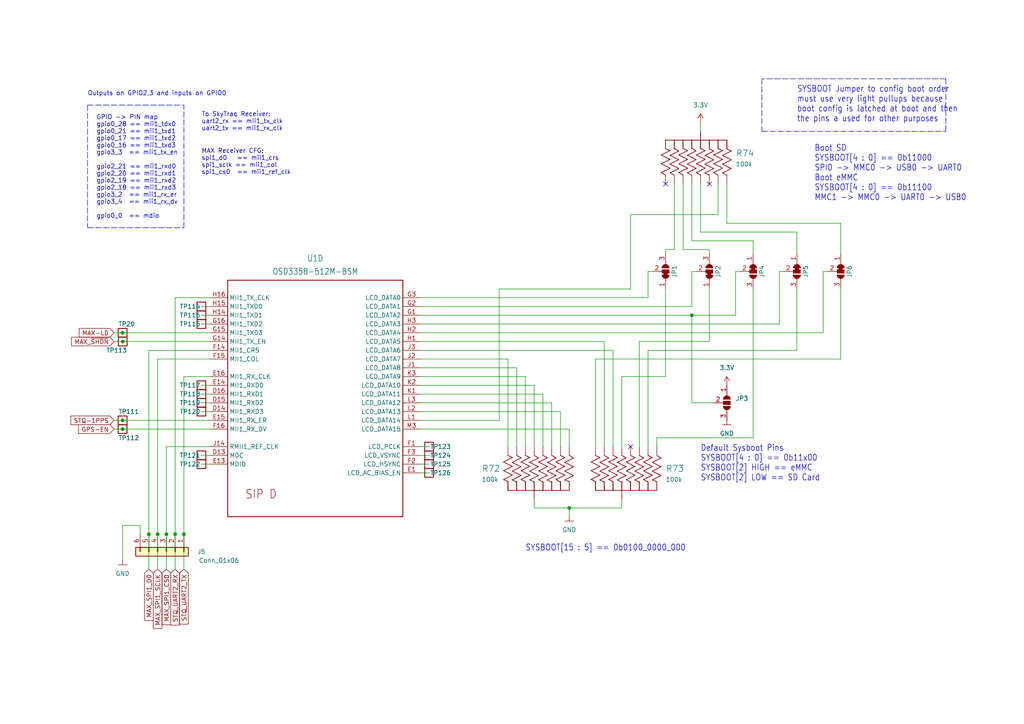
<source format=kicad_sch>
(kicad_sch (version 20211123) (generator eeschema)
  (paper "A4")
  (lib_symbols
    (symbol "Connector_Generic:Conn_01x06" (pin_names (offset 1.016) hide)
      (property "Reference" "J" (at 0 7.62 0))
      (property "Value" "Conn_01x06" (at 0 -10.16 0))
      (symbol "Conn_01x06_1_1"
        (pin passive line (at -5.08 5.08 0) (length 3.81) (name "Pin_1") (number "1"))
        (pin passive line (at -5.08 2.54 0) (length 3.81) (name "Pin_2") (number "2"))
        (pin passive line (at -5.08 0 0) (length 3.81) (name "Pin_3") (number "3"))
        (pin passive line (at -5.08 -2.54 0) (length 3.81) (name "Pin_4") (number "4"))
        (pin passive line (at -5.08 -5.08 0) (length 3.81) (name "Pin_5") (number "5"))
        (pin passive line (at -5.08 -7.62 0) (length 3.81) (name "Pin_6") (number "6"))
      )
    )
    (symbol "Jumper:SolderJumper_3_Bridged12" (pin_names (offset 0) hide)
      (property "Reference" "JP" (at -2.54 -2.54 0))
      (property "Value" "SolderJumper_3_Bridged12" (at 0 2.794 0))
      (symbol "SolderJumper_3_Bridged12_1_1"
        (pin passive line (at -5.08 0 0) (length 2.54) (name "A") (number "1"))
        (pin passive line (at 0 -3.81 90) (length 2.54) (name "C") (number "2"))
        (pin passive line (at 5.08 0 180) (length 2.54) (name "B") (number "3"))
      )
    )
    (symbol "Jumper:SolderJumper_3_Open" (pin_names (offset 0) hide)
      (property "Reference" "JP" (at -2.54 -2.54 0))
      (property "Value" "SolderJumper_3_Open" (at 0 2.794 0))
      (symbol "SolderJumper_3_Open_1_1"
        (pin passive line (at -5.08 0 0) (length 2.54) (name "A") (number "1"))
        (pin passive line (at 0 -3.81 90) (length 2.54) (name "C") (number "2"))
        (pin passive line (at 5.08 0 180) (length 2.54) (name "B") (number "3"))
      )
    )
    (symbol "OreSat-Power:3.3V" (power) (pin_names (offset 0))
      (property "Value" "3.3V" (at 0 3.556 0))
      (symbol "3.3V_1_1"
        (pin power_in line (at 0 0 90) (length 0) hide (name "3.3V") (number "1"))
      )
    )
    (symbol "OreSat-Power:GND" (power) (pin_names (offset 0))
      (property "Value" "GND" (at 0 -2.54 0))
      (symbol "GND_1_1"
        (pin power_in line (at 0 0 270) (length 0) hide (name "GND") (number "1"))
      )
    )
    (symbol "OreSat-TestPoint:Test-Point" (pin_numbers hide) (pin_names hide)
      (property "Reference" "TP" (at 0 2.54 0))
      (symbol "Test-Point_1_1"
        (pin passive line (at 0 0 90) (length 0) (name "") (number "1"))
      )
    )
    (symbol "R-EXB-A10P391j:EXB-A10P391J"
      (property "Reference" "R" (at -17.8308 5.1308 0))
      (property "Value" "EXB-A10P391J" (at -17.6784 2.5908 0))
      (symbol "EXB-A10P391J_1_0"
        (pin passive line (at -12.7 0 0) (length 2.54) (name "11") (number "1"))
        (pin passive line (at 2.54 -10.16 180) (length 2.54) (name "55") (number "10"))
        (pin passive line (at -12.7 -5.08 0) (length 2.54) (name "22") (number "2"))
        (pin passive line (at -12.7 -10.16 0) (length 2.54) (name "33") (number "3"))
        (pin passive line (at -12.7 -15.24 0) (length 2.54) (name "44") (number "4"))
        (pin passive line (at 2.54 -10.16 180) (length 2.54) (name "55") (number "5"))
        (pin passive line (at -12.7 -17.78 0) (length 2.54) (name "66") (number "6"))
        (pin passive line (at -12.7 -12.7 0) (length 2.54) (name "77") (number "7"))
        (pin passive line (at -12.7 -7.62 0) (length 2.54) (name "88") (number "8"))
        (pin passive line (at -12.7 -2.54 0) (length 2.54) (name "99") (number "9"))
      )
    )
    (symbol "U-OSD3358-512M-BSM:OSD3358-512M-BSM"
      (property "Reference" "U7" (at -24.13 -64.77 0))
      (property "Value" "OSD3358-512M-BSM" (at -24.13 -69.85 0))
      (symbol "OSD3358-512M-BSM_1_0"
        (text "Connect to either:_  SYS_VDD_1P8V_  SYS_VDD3_3P3V" (at 7.62 -30.48 900) (effects (font (size 1.27 1.0795)) (justify left bottom)))
        (text "Connect together with pour" (at 5.08 -63.5 900) (effects (font (size 1.27 1.0795)) (justify left bottom)))
        (text "Connect together with pour" (at 5.08 -7.62 900) (effects (font (size 1.27 1.0795)) (justify left bottom)))
        (text "GND to program EEPROM" (at -25.4 -71.12 0) (effects (font (size 1.27 1.0795)) (justify left bottom)))
        (text "I2C0" (at -2.54 -60.96 900) (effects (font (size 2.54 2.159)) (justify left bottom)))
        (text "Reset" (at 5.08 -81.28 900) (effects (font (size 2.54 2.159)) (justify left bottom)))
        (text "SIP A" (at -20.32 17.78 0) (effects (font (size 2.54 2.159)) (justify left bottom)))
        (pin bidirectional line (at -35.56 -53.34 0) (length 5.08) (name "I2C0_SCL") (number "C10"))
        (pin bidirectional line (at -35.56 -63.5 0) (length 5.08) (name "I2C0_SDA") (number "C11"))
        (pin bidirectional line (at -35.56 -50.8 0) (length 5.08) (name "PMIC_SCL") (number "D10"))
        (pin bidirectional line (at -35.56 -60.96 0) (length 5.08) (name "PMIC_SDA") (number "D11"))
        (pin bidirectional line (at -35.56 -40.64 0) (length 5.08) (name "EXTINTN") (number "D4"))
        (pin output line (at -35.56 -38.1 0) (length 5.08) (name "PMIC_NINT") (number "E4"))
        (pin power_in line (at 35.56 -38.1 180) (length 5.08) (name "SYS_VDD_1P8V@1") (number "F10"))
        (pin power_in line (at 35.56 43.18 180) (length 5.08) (name "SYS_VDD2_3P3V@1") (number "F11"))
        (pin power_in line (at 35.56 60.96 180) (length 5.08) (name "SYS_VDD1_3P3V@1") (number "F6"))
        (pin power_in line (at 35.56 58.42 180) (length 5.08) (name "SYS_VDD1_3P3V@2") (number "F7"))
        (pin power_in line (at 35.56 12.7 180) (length 5.08) (name "SYS_VDD3_3P3V@1") (number "F8"))
        (pin power_in line (at 35.56 -22.86 180) (length 5.08) (name "VDDSHV4") (number "F9"))
        (pin power_in line (at 35.56 -40.64 180) (length 5.08) (name "SYS_VDD_1P8V@2") (number "G10"))
        (pin power_in line (at 35.56 40.64 180) (length 5.08) (name "SYS_VDD2_3P3V@2") (number "G11"))
        (pin power_in line (at 35.56 55.88 180) (length 5.08) (name "SYS_VDD1_3P3V@3") (number "G6"))
        (pin power_in line (at 35.56 53.34 180) (length 5.08) (name "SYS_VDD1_3P3V@4") (number "G7"))
        (pin power_in line (at 35.56 10.16 180) (length 5.08) (name "SYS_VDD3_3P3V@2") (number "G8"))
        (pin power_in line (at 35.56 -25.4 180) (length 5.08) (name "VDDSHV5") (number "G9"))
        (pin power_in line (at 35.56 -43.18 180) (length 5.08) (name "SYS_VDD_1P8V@3") (number "H10"))
        (pin power_in line (at 35.56 -45.72 180) (length 5.08) (name "SYS_VDD_1P8V@4") (number "H11"))
        (pin power_in line (at 35.56 7.62 180) (length 5.08) (name "SYS_VDD3_3P3V@3") (number "H7"))
        (pin power_in line (at 35.56 5.08 180) (length 5.08) (name "SYS_VDD3_3P3V@4") (number "H8"))
        (pin power_in line (at 35.56 -27.94 180) (length 5.08) (name "VDDSHV6") (number "H9"))
        (pin power_in line (at 35.56 -48.26 180) (length 5.08) (name "SYS_VDD_1P8V@5") (number "J10"))
        (pin power_in line (at 35.56 -50.8 180) (length 5.08) (name "SYS_VDD_1P8V@6") (number "J11"))
        (pin power_in line (at 35.56 2.54 180) (length 5.08) (name "SYS_VDD3_3P3V@5") (number "J7"))
        (pin power_in line (at 35.56 0 180) (length 5.08) (name "SYS_VDD3_3P3V@6") (number "J8"))
        (pin power_in line (at 35.56 -15.24 180) (length 5.08) (name "VDDSHV1") (number "J9"))
        (pin power_in line (at 35.56 -53.34 180) (length 5.08) (name "SYS_VDD_1P8V@7") (number "K10"))
        (pin power_in line (at 35.56 30.48 180) (length 5.08) (name "SYS_RTC_1P8V@1") (number "K11"))
        (pin power_in line (at 35.56 78.74 180) (length 5.08) (name "SYS_VOUT@1") (number "K6"))
        (pin power_in line (at 35.56 76.2 180) (length 5.08) (name "SYS_VOUT@2") (number "K7"))
        (pin power_in line (at 35.56 -2.54 180) (length 5.08) (name "SYS_VDD3_3P3V@7") (number "K8"))
        (pin power_in line (at 35.56 -17.78 180) (length 5.08) (name "VDDSHV2") (number "K9"))
        (pin power_in line (at 35.56 -55.88 180) (length 5.08) (name "SYS_VDD_1P8V@8") (number "L10"))
        (pin power_in line (at 35.56 27.94 180) (length 5.08) (name "SYS_RTC_1P8V@2") (number "L11"))
        (pin output line (at -35.56 -30.48 0) (length 5.08) (name "PMIC_NWAKEUP") (number "L4"))
        (pin power_in line (at 35.56 73.66 180) (length 5.08) (name "SYS_VOUT@3") (number "L6"))
        (pin power_in line (at 35.56 71.12 180) (length 5.08) (name "SYS_VOUT@4") (number "L7"))
        (pin power_in line (at 35.56 -5.08 180) (length 5.08) (name "SYS_VDD3_3P3V@8") (number "L8"))
        (pin power_in line (at 35.56 -20.32 180) (length 5.08) (name "VDDSHV3") (number "L9"))
        (pin bidirectional line (at -35.56 5.08 0) (length 5.08) (name "PMIC_NRESET") (number "M13"))
        (pin bidirectional line (at -35.56 -83.82 0) (length 5.08) (name "RTC_KALDO_ENN") (number "M16"))
        (pin bidirectional line (at -35.56 -73.66 0) (length 5.08) (name "EEPROM_WP") (number "M2"))
        (pin bidirectional line (at -35.56 -33.02 0) (length 5.08) (name "EXT_WAKEUP") (number "M4"))
        (pin output line (at -35.56 -17.78 0) (length 5.08) (name "PMIC_POWER_EN") (number "N10"))
        (pin input line (at -35.56 -15.24 0) (length 5.08) (name "PMIC_PWR_EN") (number "N11"))
        (pin output line (at 35.56 -71.12 180) (length 5.08) (name "PMIC_PGOOD") (number "N12"))
        (pin output line (at -35.56 -22.86 0) (length 5.08) (name "PMIC_LDO_PGOOD") (number "N4"))
        (pin bidirectional line (at -35.56 -25.4 0) (length 5.08) (name "RTC_PWRONRSTN") (number "N5"))
        (pin bidirectional line (at -35.56 35.56 0) (length 5.08) (name "PMIC_TS") (number "N6"))
        (pin bidirectional line (at -35.56 38.1 0) (length 5.08) (name "PMIC_BAT_SENSE") (number "N7"))
        (pin power_in line (at -35.56 78.74 0) (length 5.08) (name "VIN_AC@1") (number "P10"))
        (pin bidirectional line (at 35.56 -73.66 180) (length 5.08) (name "PWRONRSTN") (number "P11"))
        (pin power_in line (at -35.56 48.26 0) (length 5.08) (name "VIN_BAT@1") (number "P8"))
        (pin power_in line (at -35.56 63.5 0) (length 5.08) (name "VIN_USB@1") (number "P9"))
        (pin power_in line (at -35.56 76.2 0) (length 5.08) (name "VIN_AC@2") (number "R10"))
        (pin bidirectional line (at 35.56 -83.82 180) (length 5.08) (name "WARMRSTN") (number "R11"))
        (pin power_in line (at -35.56 45.72 0) (length 5.08) (name "VIN_BAT@2") (number "R8"))
        (pin power_in line (at -35.56 60.96 0) (length 5.08) (name "VIN_USB@2") (number "R9"))
        (pin power_in line (at -35.56 73.66 0) (length 5.08) (name "VIN_AC@3") (number "T10"))
        (pin bidirectional line (at -35.56 -5.08 0) (length 5.08) (name "PMIC_PB_IN") (number "T11"))
        (pin power_in line (at -35.56 43.18 0) (length 5.08) (name "VIN_BAT@3") (number "T8"))
        (pin power_in line (at -35.56 58.42 0) (length 5.08) (name "VIN_USB@3") (number "T9"))
      )
      (symbol "OSD3358-512M-BSM_2_0"
        (text "Analog" (at 2.54 22.86 0) (effects (font (size 2.54 2.159)) (justify left bottom)))
        (text "Analog Inputs" (at 5.08 -30.48 900) (effects (font (size 2.54 2.159)) (justify left bottom)))
        (text "JTAG" (at -2.54 -25.4 900) (effects (font (size 2.54 2.159)) (justify left bottom)))
        (text "Pwr and Gnd" (at 12.7 20.32 0) (effects (font (size 2.159 2.159))))
        (text "RTC" (at -2.54 0 900) (effects (font (size 2.54 2.159)) (justify left bottom)))
        (text "SIP B" (at -5.08 53.34 0) (effects (font (size 2.54 2.159)) (justify left bottom)))
        (text "USB0" (at -2.54 -53.34 900) (effects (font (size 2.54 2.159)) (justify left bottom)))
        (text "USB1" (at 5.08 -53.34 900) (effects (font (size 2.54 2.159)) (justify left bottom)))
        (text "XTAL" (at -2.54 30.48 900) (effects (font (size 2.54 2.159)) (justify left bottom)))
        (pin bidirectional line (at -30.48 -2.54 0) (length 5.08) (name "OSC1_OUT") (number "A5"))
        (pin bidirectional line (at -30.48 12.7 0) (length 5.08) (name "OSC1_IN") (number "A6"))
        (pin bidirectional line (at 30.48 45.72 180) (length 5.08) (name "SYS_ADC_1P8V") (number "A7"))
        (pin bidirectional line (at 30.48 -5.08 180) (length 5.08) (name "AIN0") (number "A8"))
        (pin bidirectional line (at 30.48 15.24 180) (length 5.08) (name "AGND_ADC") (number "A9"))
        (pin bidirectional line (at -30.48 -7.62 0) (length 5.08) (name "OSC1_GND") (number "B5"))
        (pin bidirectional line (at 30.48 -10.16 180) (length 5.08) (name "AIN2") (number "B6"))
        (pin bidirectional line (at 30.48 35.56 180) (length 5.08) (name "VREFP") (number "B7"))
        (pin bidirectional line (at 30.48 -7.62 180) (length 5.08) (name "AIN1") (number "B8"))
        (pin bidirectional line (at 30.48 5.08 180) (length 5.08) (name "VREFN") (number "B9"))
        (pin bidirectional line (at -30.48 -17.78 0) (length 5.08) (name "TDI") (number "C1"))
        (pin bidirectional line (at -30.48 -20.32 0) (length 5.08) (name "TDO") (number "C2"))
        (pin bidirectional line (at 30.48 -12.7 180) (length 5.08) (name "AIN3") (number "C6"))
        (pin bidirectional line (at 30.48 -15.24 180) (length 5.08) (name "AIN4") (number "C7"))
        (pin bidirectional line (at 30.48 -17.78 180) (length 5.08) (name "AIN5") (number "C8"))
        (pin bidirectional line (at 30.48 -20.32 180) (length 5.08) (name "AIN6") (number "C9"))
        (pin bidirectional line (at -30.48 -22.86 0) (length 5.08) (name "TCK") (number "D1"))
        (pin bidirectional line (at -30.48 -25.4 0) (length 5.08) (name "TMS") (number "D2"))
        (pin bidirectional line (at -30.48 -27.94 0) (length 5.08) (name "TRSTN") (number "D3"))
        (pin bidirectional line (at 30.48 -27.94 180) (length 5.08) (name "PMIC_MUX_OUT") (number "D6"))
        (pin bidirectional line (at 30.48 -22.86 180) (length 5.08) (name "AIN7") (number "D7"))
        (pin bidirectional line (at -30.48 -30.48 0) (length 5.08) (name "EMU0") (number "E2"))
        (pin bidirectional line (at -30.48 -33.02 0) (length 5.08) (name "EMU1") (number "E3"))
        (pin bidirectional line (at -30.48 -55.88 0) (length 5.08) (name "USB0_DRVVBUS") (number "J15"))
        (pin bidirectional line (at -30.48 -43.18 0) (length 5.08) (name "USB0_VBUS") (number "J16"))
        (pin bidirectional line (at -30.48 -53.34 0) (length 5.08) (name "USB0_CE") (number "K13"))
        (pin bidirectional line (at -30.48 -50.8 0) (length 5.08) (name "USB0_ID") (number "K14"))
        (pin bidirectional line (at -30.48 -48.26 0) (length 5.08) (name "USB0_DP") (number "K15"))
        (pin bidirectional line (at -30.48 -45.72 0) (length 5.08) (name "USB0_DM") (number "K16"))
        (pin bidirectional line (at 30.48 -53.34 180) (length 5.08) (name "USB1_CE") (number "L13"))
        (pin bidirectional line (at 30.48 -50.8 180) (length 5.08) (name "USB1_ID") (number "L14"))
        (pin bidirectional line (at 30.48 -48.26 180) (length 5.08) (name "USB1_DP") (number "L15"))
        (pin bidirectional line (at 30.48 -45.72 180) (length 5.08) (name "USB1_DM") (number "L16"))
        (pin bidirectional line (at 30.48 -55.88 180) (length 5.08) (name "USB1_DRVVBUS") (number "M14"))
        (pin bidirectional line (at 30.48 -43.18 180) (length 5.08) (name "USB1_VBUS") (number "M15"))
        (pin bidirectional line (at 30.48 -33.02 180) (length 5.08) (name "PMIC_MUX_IN") (number "N13"))
        (pin bidirectional line (at -30.48 22.86 0) (length 5.08) (name "OSC0_GND") (number "N15"))
        (pin bidirectional line (at -30.48 27.94 0) (length 5.08) (name "OSC0_OUT") (number "N16"))
        (pin bidirectional line (at -30.48 43.18 0) (length 5.08) (name "OSC0_IN") (number "P16"))
      )
      (symbol "OSD3358-512M-BSM_3_0"
        (text "SIP C" (at -5.08 53.34 0) (effects (font (size 2.54 2.159)) (justify left bottom)))
        (pin bidirectional line (at -30.48 -12.7 0) (length 5.08) (name "MCASP0_ACLKX") (number "A1"))
        (pin bidirectional line (at -30.48 33.02 0) (length 5.08) (name "UART1_RTSN") (number "A10"))
        (pin bidirectional line (at -30.48 38.1 0) (length 5.08) (name "UART1_RXD") (number "A11"))
        (pin bidirectional line (at -30.48 53.34 0) (length 5.08) (name "UART0_RXD") (number "A12"))
        (pin bidirectional line (at -30.48 25.4 0) (length 5.08) (name "SPI0_SCLK") (number "A13"))
        (pin bidirectional line (at -30.48 17.78 0) (length 5.08) (name "SPI0_CS0") (number "A14"))
        (pin bidirectional line (at -30.48 0 0) (length 5.08) (name "MMC0_DAT1") (number "A15"))
        (pin bidirectional line (at -30.48 2.54 0) (length 5.08) (name "MMC0_DAT0") (number "A16"))
        (pin bidirectional line (at -30.48 -15.24 0) (length 5.08) (name "MCASP0_FSX") (number "A2"))
        (pin bidirectional line (at -30.48 -22.86 0) (length 5.08) (name "MCASP0_ACLKR") (number "A3"))
        (pin bidirectional line (at -30.48 -38.1 0) (length 5.08) (name "XDMA_EVENT_INTR0") (number "A4"))
        (pin bidirectional line (at -30.48 -20.32 0) (length 5.08) (name "MCASP0_AHCLKR") (number "B1"))
        (pin bidirectional line (at -30.48 35.56 0) (length 5.08) (name "UART1_CTSN") (number "B10"))
        (pin bidirectional line (at -30.48 40.64 0) (length 5.08) (name "UART1_TXD") (number "B11"))
        (pin bidirectional line (at -30.48 55.88 0) (length 5.08) (name "UART0_TXD") (number "B12"))
        (pin bidirectional line (at -30.48 22.86 0) (length 5.08) (name "SPI0_D0") (number "B13"))
        (pin bidirectional line (at -30.48 20.32 0) (length 5.08) (name "SPI0_D1") (number "B14"))
        (pin bidirectional line (at -30.48 7.62 0) (length 5.08) (name "MMC0_CLK") (number "B15"))
        (pin bidirectional line (at -30.48 5.08 0) (length 5.08) (name "MMC0_CMD") (number "B16"))
        (pin bidirectional line (at -30.48 -17.78 0) (length 5.08) (name "MCASP0_AXR0") (number "B2"))
        (pin bidirectional line (at -30.48 -25.4 0) (length 5.08) (name "MCASP0_FSR") (number "B3"))
        (pin bidirectional line (at -30.48 -40.64 0) (length 5.08) (name "XDMA_EVENT_INTR1") (number "B4"))
        (pin bidirectional line (at -30.48 50.8 0) (length 5.08) (name "UART0_CTSN") (number "C12"))
        (pin bidirectional line (at -30.48 48.26 0) (length 5.08) (name "UART0_RTSN") (number "C13"))
        (pin bidirectional line (at -30.48 15.24 0) (length 5.08) (name "SPI0_CS1") (number "C14"))
        (pin bidirectional line (at -30.48 -5.08 0) (length 5.08) (name "MMC0_DAT3") (number "C15"))
        (pin bidirectional line (at -30.48 -2.54 0) (length 5.08) (name "MMC0_DAT2") (number "C16"))
        (pin bidirectional line (at -30.48 -27.94 0) (length 5.08) (name "MCASP0_AXR1") (number "C3"))
        (pin bidirectional line (at -30.48 -30.48 0) (length 5.08) (name "MCASP0_AHCLKX") (number "C4"))
        (pin bidirectional line (at -30.48 -43.18 0) (length 5.08) (name "ECAP0_IN_PWM0_OUT") (number "C5"))
        (pin bidirectional line (at 30.48 -50.8 180) (length 5.08) (name "GPMC_ADVN_ALE") (number "M1"))
        (pin bidirectional line (at 30.48 -58.42 180) (length 5.08) (name "GPMC_OEN_REN") (number "N1"))
        (pin bidirectional line (at 30.48 17.78 180) (length 5.08) (name "GPMC_BEN1") (number "N14"))
        (pin bidirectional line (at 30.48 -55.88 180) (length 5.08) (name "GPMC_WEN") (number "N2"))
        (pin bidirectional line (at 30.48 -53.34 180) (length 5.08) (name "GPMC_BEN0_CLE") (number "N3"))
        (pin bidirectional line (at 30.48 2.54 180) (length 5.08) (name "GPMC_CSN2") (number "P1"))
        (pin bidirectional line (at 30.48 45.72 180) (length 5.08) (name "GPMC_A2") (number "P12"))
        (pin bidirectional line (at 30.48 38.1 180) (length 5.08) (name "GPMC_A5") (number "P13"))
        (pin bidirectional line (at 30.48 30.48 180) (length 5.08) (name "GPMC_A8") (number "P14"))
        (pin bidirectional line (at 30.48 15.24 180) (length 5.08) (name "GPMC_WAIT0") (number "P15"))
        (pin bidirectional line (at 30.48 5.08 180) (length 5.08) (name "GPMC_CSN1") (number "P2"))
        (pin bidirectional line (at 30.48 7.62 180) (length 5.08) (name "GPMC_CSN0") (number "P3"))
        (pin bidirectional line (at 30.48 -20.32 180) (length 5.08) (name "GPMC_AD6") (number "P4"))
        (pin bidirectional line (at 30.48 -30.48 180) (length 5.08) (name "GPMC_AD9") (number "P5"))
        (pin bidirectional line (at 30.48 -38.1 180) (length 5.08) (name "GPMC_AD12") (number "P6"))
        (pin bidirectional line (at 30.48 -45.72 180) (length 5.08) (name "GPMC_AD15") (number "P7"))
        (pin bidirectional line (at 30.48 -10.16 180) (length 5.08) (name "GPMC_AD2") (number "R1"))
        (pin bidirectional line (at 30.48 48.26 180) (length 5.08) (name "GPMC_A1") (number "R12"))
        (pin bidirectional line (at 30.48 40.64 180) (length 5.08) (name "GPMC_A4") (number "R13"))
        (pin bidirectional line (at 30.48 33.02 180) (length 5.08) (name "GPMC_A7") (number "R14"))
        (pin bidirectional line (at 30.48 25.4 180) (length 5.08) (name "GPMC_A10") (number "R15"))
        (pin bidirectional line (at 30.48 12.7 180) (length 5.08) (name "GPMC_WPN") (number "R16"))
        (pin bidirectional line (at 30.48 -7.62 180) (length 5.08) (name "GPMC_AD1") (number "R2"))
        (pin bidirectional line (at 30.48 -5.08 180) (length 5.08) (name "GPMC_AD0") (number "R3"))
        (pin bidirectional line (at 30.48 -22.86 180) (length 5.08) (name "GPMC_AD7") (number "R4"))
        (pin bidirectional line (at 30.48 -33.02 180) (length 5.08) (name "GPMC_AD10") (number "R5"))
        (pin bidirectional line (at 30.48 -40.64 180) (length 5.08) (name "GPMC_AD13") (number "R6"))
        (pin bidirectional line (at 30.48 0 180) (length 5.08) (name "GPMC_CSN3") (number "R7"))
        (pin bidirectional line (at 30.48 -17.78 180) (length 5.08) (name "GPMC_AD5") (number "T1"))
        (pin bidirectional line (at 30.48 50.8 180) (length 5.08) (name "GPMC_A0") (number "T12"))
        (pin bidirectional line (at 30.48 43.18 180) (length 5.08) (name "GPMC_A3") (number "T13"))
        (pin bidirectional line (at 30.48 35.56 180) (length 5.08) (name "GPMC_A6") (number "T14"))
        (pin bidirectional line (at 30.48 27.94 180) (length 5.08) (name "GPMC_A9") (number "T15"))
        (pin bidirectional line (at 30.48 22.86 180) (length 5.08) (name "GPMC_A11") (number "T16"))
        (pin bidirectional line (at 30.48 -15.24 180) (length 5.08) (name "GPMC_AD4") (number "T2"))
        (pin bidirectional line (at 30.48 -12.7 180) (length 5.08) (name "GPMC_AD3") (number "T3"))
        (pin bidirectional line (at 30.48 -27.94 180) (length 5.08) (name "GPMC_AD8") (number "T4"))
        (pin bidirectional line (at 30.48 -35.56 180) (length 5.08) (name "GPMC_AD11") (number "T5"))
        (pin bidirectional line (at 30.48 -43.18 180) (length 5.08) (name "GPMC_AD14") (number "T6"))
        (pin bidirectional line (at 30.48 55.88 180) (length 5.08) (name "GPMC_CLK") (number "T7"))
      )
      (symbol "OSD3358-512M-BSM_4_0"
        (text "SIP D" (at -20.32 -30.48 0) (effects (font (size 2.54 2.159)) (justify left bottom)))
        (pin bidirectional line (at -30.48 -17.78 0) (length 5.08) (name "MDC") (number "D13"))
        (pin bidirectional line (at -30.48 -5.08 0) (length 5.08) (name "MII1_RXD3") (number "D14"))
        (pin bidirectional line (at -30.48 -2.54 0) (length 5.08) (name "MII1_RXD2") (number "D15"))
        (pin bidirectional line (at -30.48 0 0) (length 5.08) (name "MII1_RXD1") (number "D16"))
        (pin bidirectional line (at 30.48 -22.86 180) (length 5.08) (name "LCD_AC_BIAS_EN") (number "E1"))
        (pin bidirectional line (at -30.48 -20.32 0) (length 5.08) (name "MDIO") (number "E13"))
        (pin bidirectional line (at -30.48 2.54 0) (length 5.08) (name "MII1_RXD0") (number "E14"))
        (pin bidirectional line (at -30.48 -7.62 0) (length 5.08) (name "MII1_RX_ER") (number "E15"))
        (pin bidirectional line (at -30.48 5.08 0) (length 5.08) (name "MII1_RX_CLK") (number "E16"))
        (pin bidirectional line (at 30.48 -15.24 180) (length 5.08) (name "LCD_PCLK") (number "F1"))
        (pin bidirectional line (at -30.48 12.7 0) (length 5.08) (name "MII1_CRS") (number "F14"))
        (pin bidirectional line (at -30.48 10.16 0) (length 5.08) (name "MII1_COL") (number "F15"))
        (pin bidirectional line (at -30.48 -10.16 0) (length 5.08) (name "MII1_RX_DV") (number "F16"))
        (pin bidirectional line (at 30.48 -20.32 180) (length 5.08) (name "LCD_HSYNC") (number "F2"))
        (pin bidirectional line (at 30.48 -17.78 180) (length 5.08) (name "LCD_VSYNC") (number "F3"))
        (pin bidirectional line (at 30.48 22.86 180) (length 5.08) (name "LCD_DATA2") (number "G1"))
        (pin bidirectional line (at -30.48 15.24 0) (length 5.08) (name "MII1_TX_EN") (number "G14"))
        (pin bidirectional line (at -30.48 17.78 0) (length 5.08) (name "MII1_TXD3") (number "G15"))
        (pin bidirectional line (at -30.48 20.32 0) (length 5.08) (name "MII1_TXD2") (number "G16"))
        (pin bidirectional line (at 30.48 25.4 180) (length 5.08) (name "LCD_DATA1") (number "G2"))
        (pin bidirectional line (at 30.48 27.94 180) (length 5.08) (name "LCD_DATA0") (number "G3"))
        (pin bidirectional line (at 30.48 15.24 180) (length 5.08) (name "LCD_DATA5") (number "H1"))
        (pin bidirectional line (at -30.48 22.86 0) (length 5.08) (name "MII1_TXD1") (number "H14"))
        (pin bidirectional line (at -30.48 25.4 0) (length 5.08) (name "MII1_TXD0") (number "H15"))
        (pin bidirectional line (at -30.48 27.94 0) (length 5.08) (name "MII1_TX_CLK") (number "H16"))
        (pin bidirectional line (at 30.48 17.78 180) (length 5.08) (name "LCD_DATA4") (number "H2"))
        (pin bidirectional line (at 30.48 20.32 180) (length 5.08) (name "LCD_DATA3") (number "H3"))
        (pin bidirectional line (at 30.48 7.62 180) (length 5.08) (name "LCD_DATA8") (number "J1"))
        (pin bidirectional line (at -30.48 -15.24 0) (length 5.08) (name "RMII1_REF_CLK") (number "J14"))
        (pin bidirectional line (at 30.48 10.16 180) (length 5.08) (name "LCD_DATA7") (number "J2"))
        (pin bidirectional line (at 30.48 12.7 180) (length 5.08) (name "LCD_DATA6") (number "J3"))
        (pin bidirectional line (at 30.48 0 180) (length 5.08) (name "LCD_DATA11") (number "K1"))
        (pin bidirectional line (at 30.48 2.54 180) (length 5.08) (name "LCD_DATA10") (number "K2"))
        (pin bidirectional line (at 30.48 5.08 180) (length 5.08) (name "LCD_DATA9") (number "K3"))
        (pin bidirectional line (at 30.48 -7.62 180) (length 5.08) (name "LCD_DATA14") (number "L1"))
        (pin bidirectional line (at 30.48 -5.08 180) (length 5.08) (name "LCD_DATA13") (number "L2"))
        (pin bidirectional line (at 30.48 -2.54 180) (length 5.08) (name "LCD_DATA12") (number "L3"))
        (pin bidirectional line (at 30.48 -10.16 180) (length 5.08) (name "LCD_DATA15") (number "M3"))
      )
      (symbol "OSD3358-512M-BSM_5_0"
        (text "a via per pad." (at -7.62 -21.59 0) (effects (font (size 1.27 1.27)) (justify left)))
        (text "DGND pads  instead of " (at -7.62 -19.05 0) (effects (font (size 1.27 1.27)) (justify left)))
        (text "NOTE:  Can use pours to connect" (at -13.97 -17.78 0) (effects (font (size 1.27 1.0795)) (justify left bottom)))
        (text "SIP E" (at 0 20.32 0) (effects (font (size 2.54 2.159)) (justify bottom)))
        (pin bidirectional line (at -30.48 25.4 0) (length 5.08) (name "DGND@1") (number "D8"))
        (pin bidirectional line (at -30.48 22.86 0) (length 5.08) (name "DGND@2") (number "D9"))
        (pin bidirectional line (at -30.48 5.08 0) (length 5.08) (name "DGND@8") (number "E10"))
        (pin bidirectional line (at -30.48 2.54 0) (length 5.08) (name "DGND@9") (number "E11"))
        (pin bidirectional line (at -30.48 0 0) (length 5.08) (name "DGND@10") (number "E12"))
        (pin bidirectional line (at -30.48 17.78 0) (length 5.08) (name "DGND@3") (number "E5"))
        (pin bidirectional line (at -30.48 15.24 0) (length 5.08) (name "DGND@4") (number "E6"))
        (pin bidirectional line (at -30.48 12.7 0) (length 5.08) (name "DGND@5") (number "E7"))
        (pin bidirectional line (at -30.48 10.16 0) (length 5.08) (name "DGND@6") (number "E8"))
        (pin bidirectional line (at -30.48 7.62 0) (length 5.08) (name "DGND@7") (number "E9"))
        (pin bidirectional line (at -30.48 -7.62 0) (length 5.08) (name "DGND@12") (number "F12"))
        (pin bidirectional line (at -30.48 -5.08 0) (length 5.08) (name "DGND@11") (number "F5"))
        (pin bidirectional line (at -30.48 -15.24 0) (length 5.08) (name "DGND@14") (number "G12"))
        (pin bidirectional line (at -30.48 -12.7 0) (length 5.08) (name "DGND@13") (number "G5"))
        (pin bidirectional line (at -30.48 -25.4 0) (length 5.08) (name "DGND@17") (number "H12"))
        (pin bidirectional line (at -30.48 -27.94 0) (length 5.08) (name "DGND@18") (number "H13"))
        (pin bidirectional line (at -30.48 -20.32 0) (length 5.08) (name "DGND@15") (number "H4"))
        (pin bidirectional line (at -30.48 -22.86 0) (length 5.08) (name "DGND@16") (number "H5"))
        (pin bidirectional line (at 30.48 20.32 180) (length 5.08) (name "DGND@21") (number "J12"))
        (pin bidirectional line (at 30.48 17.78 180) (length 5.08) (name "DGND@22") (number "J13"))
        (pin bidirectional line (at 30.48 25.4 180) (length 5.08) (name "DGND@19") (number "J4"))
        (pin bidirectional line (at 30.48 22.86 180) (length 5.08) (name "DGND@20") (number "J5"))
        (pin bidirectional line (at 30.48 10.16 180) (length 5.08) (name "DGND@24") (number "K12"))
        (pin bidirectional line (at 30.48 12.7 180) (length 5.08) (name "DGND@23") (number "K5"))
        (pin bidirectional line (at 30.48 2.54 180) (length 5.08) (name "DGND@26") (number "L12"))
        (pin bidirectional line (at 30.48 5.08 180) (length 5.08) (name "DGND@25") (number "L5"))
        (pin bidirectional line (at 30.48 -15.24 180) (length 5.08) (name "DGND@32") (number "M10"))
        (pin bidirectional line (at 30.48 -17.78 180) (length 5.08) (name "DGND@33") (number "M11"))
        (pin bidirectional line (at 30.48 -20.32 180) (length 5.08) (name "DGND@34") (number "M12"))
        (pin bidirectional line (at 30.48 -2.54 180) (length 5.08) (name "DGND@27") (number "M5"))
        (pin bidirectional line (at 30.48 -5.08 180) (length 5.08) (name "DGND@28") (number "M6"))
        (pin bidirectional line (at 30.48 -7.62 180) (length 5.08) (name "DGND@29") (number "M7"))
        (pin bidirectional line (at 30.48 -10.16 180) (length 5.08) (name "DGND@30") (number "M8"))
        (pin bidirectional line (at 30.48 -12.7 180) (length 5.08) (name "DGND@31") (number "M9"))
        (pin bidirectional line (at 30.48 -25.4 180) (length 5.08) (name "DGND@35") (number "N8"))
        (pin bidirectional line (at 30.48 -27.94 180) (length 5.08) (name "DGND@36") (number "N9"))
      )
      (symbol "OSD3358-512M-BSM_6_0"
        (text "Do Not Connect" (at 0 -15.24 0) (effects (font (size 1.778 1.5113))))
        (text "Do Not Use" (at 0 11.43 0) (effects (font (size 1.778 1.5113)) (justify bottom)))
        (text "power rail recommended" (at -10.16 5.08 0) (effects (font (size 1.27 1.27)) (justify left)))
        (text "SIP F" (at 15.24 20.32 0) (effects (font (size 2.54 2.159)) (justify bottom)))
        (text "Test Point per " (at -10.16 7.62 0) (effects (font (size 1.27 1.27)) (justify left)))
        (pin bidirectional line (at 27.94 -5.08 180) (length 5.08) (name "NC@1") (number "D12"))
        (pin bidirectional line (at -27.94 -5.08 0) (length 5.08) (name "CAP_VDD_RTC") (number "D5"))
        (pin bidirectional line (at -27.94 10.16 0) (length 5.08) (name "VDD_MPU") (number "F13"))
        (pin bidirectional line (at -27.94 20.32 0) (length 5.08) (name "VDDS_DDR") (number "F4"))
        (pin bidirectional line (at -27.94 5.08 0) (length 5.08) (name "VDDS_PLL") (number "G13"))
        (pin bidirectional line (at -27.94 15.24 0) (length 5.08) (name "VDD_CORE") (number "G4"))
        (pin bidirectional line (at -27.94 -10.16 0) (length 5.08) (name "VPP") (number "H6"))
        (pin bidirectional line (at 27.94 -7.62 180) (length 5.08) (name "NC@2") (number "J6"))
        (pin bidirectional line (at 27.94 -10.16 180) (length 5.08) (name "NC@3") (number "K4"))
      )
    )
  )
  (junction (at 200.66 91.44))
  (junction (at 35.56 96.52))
  (junction (at 45.72 154.94))
  (junction (at 53.34 154.94))
  (junction (at 50.8 154.94))
  (junction (at 35.56 124.46))
  (junction (at 35.56 121.92))
  (junction (at 43.18 154.94))
  (junction (at 48.26 154.94))
  (junction (at 35.5981 99.06))
  (junction (at 165.1 147.32))
  (no_connect (at 193.04 53.34))
  (no_connect (at 205.74 53.34))
  (no_connect (at 182.88 129.54))
  (wire (pts (xy 208.28 53.34) (xy 208.28 62.23)))
  (wire (pts (xy 40.64 154.94) (xy 40.64 152.4)))
  (wire (pts (xy 213.36 78.74) (xy 214.63 78.74)))
  (wire (pts (xy 121.92 99.06) (xy 175.26 99.06)))
  (wire (pts (xy 121.92 124.46) (xy 165.1 124.46)))
  (wire (pts (xy 203.2 67.31) (xy 203.2 53.34)))
  (wire (pts (xy 58.42 119.38) (xy 60.96 119.38)))
  (wire (pts (xy 200.66 116.84) (xy 207.01 116.84)))
  (polyline (pts (xy 25.4 30.48) (xy 53.34 30.48)))
  (wire (pts (xy 205.74 99.06) (xy 205.74 83.82)))
  (wire (pts (xy 243.84 64.77) (xy 210.82 64.77)))
  (wire (pts (xy 182.88 83.82) (xy 182.88 62.23)))
  (wire (pts (xy 121.92 104.14) (xy 147.32 104.14)))
  (wire (pts (xy 33.02 124.46) (xy 35.56 124.46)))
  (wire (pts (xy 121.92 91.44) (xy 200.66 91.44)))
  (wire (pts (xy 121.92 137.16) (xy 124.46 137.16)))
  (wire (pts (xy 177.8 101.6) (xy 177.8 129.54)))
  (wire (pts (xy 43.18 154.94) (xy 43.18 101.6)))
  (wire (pts (xy 121.92 86.36) (xy 187.96 86.36)))
  (wire (pts (xy 50.8 86.36) (xy 60.96 86.36)))
  (wire (pts (xy 33.02 96.52) (xy 35.56 96.52)))
  (wire (pts (xy 200.66 91.44) (xy 213.36 91.44)))
  (polyline (pts (xy 220.98 38.1) (xy 274.32 38.1)))
  (wire (pts (xy 218.44 127) (xy 218.44 83.82)))
  (wire (pts (xy 243.84 104.14) (xy 243.84 83.82)))
  (wire (pts (xy 121.92 88.9) (xy 200.66 88.9)))
  (wire (pts (xy 121.92 106.68) (xy 149.86 106.68)))
  (wire (pts (xy 165.1 124.46) (xy 165.1 129.54)))
  (wire (pts (xy 144.78 83.82) (xy 182.88 83.82)))
  (wire (pts (xy 121.92 96.52) (xy 238.76 96.52)))
  (wire (pts (xy 175.26 99.06) (xy 175.26 129.54)))
  (wire (pts (xy 193.04 109.22) (xy 193.04 83.82)))
  (wire (pts (xy 165.1 147.32) (xy 165.1 149.86)))
  (wire (pts (xy 231.14 67.31) (xy 203.2 67.31)))
  (polyline (pts (xy 274.32 22.86) (xy 220.98 22.86)))
  (wire (pts (xy 43.18 101.6) (xy 60.96 101.6)))
  (wire (pts (xy 35.5981 99.06) (xy 60.96 99.06)))
  (wire (pts (xy 58.42 88.9) (xy 60.96 88.9)))
  (wire (pts (xy 58.42 114.3) (xy 60.96 114.3)))
  (wire (pts (xy 213.36 91.44) (xy 213.36 78.74)))
  (wire (pts (xy 35.56 121.92) (xy 60.96 121.92)))
  (wire (pts (xy 157.48 114.3) (xy 157.48 129.54)))
  (wire (pts (xy 231.14 101.6) (xy 231.14 83.82)))
  (wire (pts (xy 121.92 116.84) (xy 160.02 116.84)))
  (wire (pts (xy 187.96 78.74) (xy 189.23 78.74)))
  (wire (pts (xy 190.5 129.54) (xy 190.5 127)))
  (wire (pts (xy 40.64 152.4) (xy 35.56 152.4)))
  (wire (pts (xy 187.96 86.36) (xy 187.96 78.74)))
  (wire (pts (xy 121.92 134.62) (xy 124.46 134.62)))
  (wire (pts (xy 45.72 154.94) (xy 45.72 165.1)))
  (wire (pts (xy 149.86 106.68) (xy 149.86 129.54)))
  (wire (pts (xy 33.02 121.92) (xy 35.56 121.92)))
  (wire (pts (xy 172.72 104.14) (xy 243.84 104.14)))
  (wire (pts (xy 45.72 104.14) (xy 45.72 154.94)))
  (wire (pts (xy 218.44 73.66) (xy 218.44 69.85)))
  (wire (pts (xy 154.94 147.32) (xy 165.1 147.32)))
  (wire (pts (xy 231.14 73.66) (xy 231.14 67.31)))
  (wire (pts (xy 198.12 72.39) (xy 198.12 53.34)))
  (wire (pts (xy 53.34 109.22) (xy 53.34 154.94)))
  (wire (pts (xy 154.94 144.78) (xy 154.94 147.32)))
  (wire (pts (xy 121.92 114.3) (xy 157.48 114.3)))
  (wire (pts (xy 180.34 129.54) (xy 180.34 109.22)))
  (polyline (pts (xy 25.4 30.48) (xy 25.4 66.04)))
  (wire (pts (xy 60.96 109.22) (xy 53.34 109.22)))
  (wire (pts (xy 152.4 109.22) (xy 152.4 129.54)))
  (wire (pts (xy 226.06 93.98) (xy 226.06 78.74)))
  (wire (pts (xy 60.96 104.14) (xy 45.72 104.14)))
  (wire (pts (xy 193.04 72.39) (xy 195.58 72.39)))
  (wire (pts (xy 160.02 116.84) (xy 160.02 129.54)))
  (wire (pts (xy 200.66 69.85) (xy 200.66 53.34)))
  (wire (pts (xy 58.42 111.76) (xy 60.96 111.76)))
  (wire (pts (xy 121.92 132.08) (xy 124.46 132.08)))
  (wire (pts (xy 35.56 124.46) (xy 60.96 124.46)))
  (wire (pts (xy 205.74 72.39) (xy 198.12 72.39)))
  (wire (pts (xy 154.94 111.76) (xy 154.94 129.54)))
  (wire (pts (xy 180.34 109.22) (xy 193.04 109.22)))
  (wire (pts (xy 238.76 78.74) (xy 240.03 78.74)))
  (wire (pts (xy 243.84 73.66) (xy 243.84 64.77)))
  (wire (pts (xy 187.96 129.54) (xy 187.96 101.6)))
  (wire (pts (xy 147.32 104.14) (xy 147.32 129.54)))
  (wire (pts (xy 58.42 91.44) (xy 60.96 91.44)))
  (wire (pts (xy 35.56 152.4) (xy 35.56 162.56)))
  (wire (pts (xy 43.18 154.94) (xy 43.18 165.1)))
  (wire (pts (xy 200.66 78.74) (xy 201.93 78.74)))
  (wire (pts (xy 193.04 73.66) (xy 193.04 72.39)))
  (wire (pts (xy 226.06 78.74) (xy 227.33 78.74)))
  (wire (pts (xy 58.42 116.84) (xy 60.96 116.84)))
  (wire (pts (xy 58.42 134.62) (xy 60.96 134.62)))
  (wire (pts (xy 144.78 121.92) (xy 144.78 83.82)))
  (wire (pts (xy 200.66 116.84) (xy 200.66 91.44)))
  (wire (pts (xy 50.8 86.36) (xy 50.8 154.94)))
  (polyline (pts (xy 25.4 66.04) (xy 53.34 66.04)))
  (wire (pts (xy 182.88 62.23) (xy 208.28 62.23)))
  (wire (pts (xy 180.34 147.32) (xy 180.34 144.78)))
  (wire (pts (xy 238.76 96.52) (xy 238.76 78.74)))
  (wire (pts (xy 172.72 129.54) (xy 172.72 104.14)))
  (polyline (pts (xy 274.32 38.1) (xy 274.32 22.86)))
  (wire (pts (xy 121.92 119.38) (xy 162.56 119.38)))
  (wire (pts (xy 200.66 88.9) (xy 200.66 78.74)))
  (wire (pts (xy 121.92 121.92) (xy 144.78 121.92)))
  (wire (pts (xy 185.42 99.06) (xy 205.74 99.06)))
  (wire (pts (xy 48.26 154.94) (xy 48.26 129.54)))
  (wire (pts (xy 35.56 96.52) (xy 60.96 96.52)))
  (wire (pts (xy 190.5 127) (xy 218.44 127)))
  (wire (pts (xy 205.74 73.66) (xy 205.74 72.39)))
  (wire (pts (xy 33.02 99.06) (xy 35.5981 99.06)))
  (wire (pts (xy 210.82 64.77) (xy 210.82 53.34)))
  (wire (pts (xy 121.92 101.6) (xy 177.8 101.6)))
  (wire (pts (xy 121.92 93.98) (xy 226.06 93.98)))
  (polyline (pts (xy 53.34 66.04) (xy 53.34 30.48)))
  (wire (pts (xy 58.42 93.98) (xy 60.96 93.98)))
  (polyline (pts (xy 220.98 22.86) (xy 220.98 38.1)))
  (wire (pts (xy 48.26 154.94) (xy 48.26 165.1)))
  (wire (pts (xy 187.96 101.6) (xy 231.14 101.6)))
  (wire (pts (xy 195.58 72.39) (xy 195.58 53.34)))
  (wire (pts (xy 121.92 109.22) (xy 152.4 109.22)))
  (wire (pts (xy 218.44 69.85) (xy 200.66 69.85)))
  (wire (pts (xy 121.92 129.54) (xy 124.46 129.54)))
  (wire (pts (xy 50.8 154.94) (xy 50.8 165.1)))
  (wire (pts (xy 58.42 132.08) (xy 60.96 132.08)))
  (wire (pts (xy 185.42 129.54) (xy 185.42 99.06)))
  (wire (pts (xy 53.34 154.94) (xy 53.34 165.1)))
  (wire (pts (xy 162.56 119.38) (xy 162.56 129.54)))
  (wire (pts (xy 48.26 129.54) (xy 60.96 129.54)))
  (wire (pts (xy 121.92 111.76) (xy 154.94 111.76)))
  (wire (pts (xy 203.2 35.56) (xy 203.2 38.1)))
  (wire (pts (xy 165.1 147.32) (xy 180.34 147.32)))
  (text "Default Sysboot Pins\nSYSBOOT[4 : 0] == 0b11x00\nSYSBOOT[2] HIGH == eMMC\nSYSBOOT[2] LOW == SD Card" (at 203.2 139.7 0) (effects (font (size 1.778 1.5113)) (justify left bottom)))
  (text "Outputs on GPIO2,3 and inputs on GPIO0" (at 25.4 27.94 0) (effects (font (size 1.27 1.27)) (justify left bottom)))
  (text "Boot SD\nSYSBOOT[4 : 0] == 0b11000\nSPI0 -> MMC0 -> USB0 -> UART0\nBoot eMMC\nSYSBOOT[4 : 0] == 0b11100\nMMC1 -> MMC0 -> UART0 -> USB0" (at 236.22 58.42 0) (effects (font (size 1.778 1.5113)) (justify left bottom)))
  (text "To SkyTraq Receiver:\nuart2_rx == mii1_tx_clk\nuart2_tx == mii1_rx_clk" (at 58.42 38.1 0) (effects (font (size 1.27 1.27)) (justify left bottom)))
  (text "SYSBOOT Jumper to config boot order\nmust use very light pullups because\nboot config is latched at boot and then\nthe pins a used for other purposes" (at 231.14 35.56 0) (effects (font (size 1.778 1.5113)) (justify left bottom)))
  (text "MAX Receiver CFG:\nspi1_d0   == mii1_crs\nspi1_sclk == mii1_col\nspi1_cs0  == mii1_ref_clk" (at 58.42 50.8 0) (effects (font (size 1.27 1.27)) (justify left bottom)))
  (text "SYSBOOT[15 : 5] == 0b0100_0000_000" (at 152.4 160.02 180) (effects (font (size 1.778 1.5113)) (justify left bottom)))
  (text "GPIO -> PIN map\ngpio0_28 == mii1_tdx0\ngpio0_21 == mii1_txd1\ngpio0_17 == mii1_txd2\ngpio0_16 == mii1_txd3\ngpio3_3  == mii1_tx_en\n\ngpio2_21 == mii1_rxd0\ngpio2_20 == mii1_rxd1\ngpio2_19 == mii1_rxd2\ngpio2_18 == mii1_rxd3\ngpio3_2  == mii1_rx_er\ngpio3_4  == mii1_rx_dv\n\ngpio0_0  == mdio" (at 27.94 63.5 0) (effects (font (size 1.27 1.27)) (justify left bottom)))
  (global_label "GPS-EN" (shape input) (at 33.02 124.46 180) (property "Intersheet References" "${INTERSHEET_REFS}" (effects hide)))
  (global_label "STQ_UART2_TX" (shape input) (at 53.34 165.1 270) (property "Intersheet References" "${INTERSHEET_REFS}" (effects hide)))
  (global_label "STQ_UART2_RX" (shape input) (at 50.8 165.1 270) (property "Intersheet References" "${INTERSHEET_REFS}" (effects hide)))
  (global_label "STQ-1PPS" (shape input) (at 33.02 121.92 180) (property "Intersheet References" "${INTERSHEET_REFS}" (effects hide)))
  (global_label "MAX_SPI1_CS0" (shape input) (at 48.26 165.1 270) (property "Intersheet References" "${INTERSHEET_REFS}" (effects hide)))
  (global_label "MAX_SPI1_D0" (shape input) (at 43.18 165.1 270) (property "Intersheet References" "${INTERSHEET_REFS}" (effects hide)))
  (global_label "MAX_~{SHDN}" (shape input) (at 33.02 99.06 180) (property "Intersheet References" "${INTERSHEET_REFS}" (effects hide)))
  (global_label "MAX-LD" (shape input) (at 33.02 96.52 180) (property "Intersheet References" "${INTERSHEET_REFS}" (effects hide)))
  (global_label "MAX_SPI1_SCLK" (shape input) (at 45.72 165.1 270) (property "Intersheet References" "${INTERSHEET_REFS}" (effects hide)))
  (symbol (lib_id "OreSat-Power:GND") (at 165.1 149.86 0) (unit 1)
    (property "Reference" "#GND0146" (effects hide))
    (property "Value" "GND" (at 165.1 153.67 0))
  )
  (symbol (lib_id "OreSat-TestPoint:Test-Point") (at 58.42 111.76 270) (unit 1)
    (property "Reference" "TP117" (at 52.07 111.76 90) (effects (justify left)))
    (property "Value" "Test-Point" (effects hide))
    (property "Footprint" "OreSat-TestPoint:PAD.03X.04" (effects hide))
  )
  (symbol (lib_id "OreSat-Power:3.3V") (at 203.2 35.56 0) (unit 1)
    (property "Reference" "#3V0108" (effects hide))
    (property "Value" "3.3V" (at 203.2 30.48 0))
  )
  (symbol (lib_id "R-EXB-A10P391j:EXB-A10P391J") (at 190.5 142.24 270) (unit 1)
    (property "Reference" "R73" (at 193.04 135.9027 90) (effects (font (size 1.778 1.778)) (justify left)))
    (property "Value" "100k" (at 193.04 139.0776 90) (effects (justify left)))
    (property "Footprint" "oresat-footprints:R-ARRAY_EXBA-M" (effects hide))
    (property "Datasheet" "http://www.vishay.com/docs/31509/csc.pdf" (effects hide))
  )
  (symbol (lib_id "OreSat-TestPoint:Test-Point") (at 58.42 114.3 270) (unit 1)
    (property "Reference" "TP118" (at 52.07 114.3 90) (effects (justify left)))
    (property "Value" "Test-Point" (effects hide))
    (property "Footprint" "OreSat-TestPoint:PAD.03X.04" (effects hide))
  )
  (symbol (lib_id "OreSat-TestPoint:Test-Point") (at 58.42 132.08 270) (unit 1)
    (property "Reference" "TP121" (at 52.07 132.08 90) (effects (justify left)))
    (property "Value" "Test-Point" (effects hide))
    (property "Footprint" "OreSat-TestPoint:PAD.03X.04" (effects hide))
  )
  (symbol (lib_id "OreSat-TestPoint:Test-Point") (at 58.42 88.9 270) (unit 1)
    (property "Reference" "TP114" (at 52.07 88.9 90) (effects (justify left)))
    (property "Value" "Test-Point" (effects hide))
    (property "Footprint" "OreSat-TestPoint:PAD.03X.04" (effects hide))
  )
  (symbol (lib_id "OreSat-TestPoint:Test-Point") (at 58.42 134.62 270) (unit 1)
    (property "Reference" "TP122" (at 52.07 134.62 90) (effects (justify left)))
    (property "Value" "Test-Point" (effects hide))
    (property "Footprint" "OreSat-TestPoint:PAD.03X.04" (effects hide))
  )
  (symbol (lib_id "OreSat-TestPoint:Test-Point") (at 58.42 119.38 270) (unit 1)
    (property "Reference" "TP120" (at 52.07 119.38 90) (effects (justify left)))
    (property "Value" "Test-Point" (effects hide))
    (property "Footprint" "OreSat-TestPoint:PAD.03X.04" (effects hide))
  )
  (symbol (lib_id "Jumper:SolderJumper_3_Bridged12") (at 193.04 78.74 270) (mirror x) (unit 1)
    (property "Reference" "JP1" (at 195.58 78.74 0))
    (property "Value" "SolderJumper_3_Bridged12" (effects hide))
    (property "Footprint" "oresat-footprints:SMT-JUMPER_3_1-NC_TRACE_SILK" (effects hide))
  )
  (symbol (lib_id "OreSat-TestPoint:Test-Point") (at 35.5981 99.06 90) (unit 1)
    (property "Reference" "TP113" (at 36.8681 101.6 90) (effects (justify left)))
    (property "Value" "Test-Point" (effects hide))
    (property "Footprint" "OreSat-TestPoint:PAD.03X.04" (effects hide))
  )
  (symbol (lib_id "OreSat-TestPoint:Test-Point") (at 35.56 96.52 270) (unit 1)
    (property "Reference" "TP20" (at 34.29 93.98 90) (effects (justify left)))
    (property "Value" "Test-Point" (effects hide))
    (property "Footprint" "OreSat-TestPoint:PAD.03X.04" (effects hide))
  )
  (symbol (lib_id "OreSat-TestPoint:Test-Point") (at 124.46 129.54 90) (unit 1)
    (property "Reference" "TP123" (at 130.81 129.54 90) (effects (justify left)))
    (property "Value" "Test-Point" (effects hide))
    (property "Footprint" "OreSat-TestPoint:PAD.03X.04" (effects hide))
  )
  (symbol (lib_id "Jumper:SolderJumper_3_Open") (at 210.82 116.84 270) (unit 1)
    (property "Reference" "JP3" (at 213.36 115.5699 90) (effects (justify left)))
    (property "Value" "SolderJumper_3_Open" (effects hide))
    (property "Footprint" "Connector_PinHeader_2.54mm:PinHeader_1x03_P2.54mm_Vertical" (effects hide))
  )
  (symbol (lib_id "OreSat-Power:3.3V") (at 210.82 111.76 0) (unit 1)
    (property "Reference" "#3V0107" (effects hide))
    (property "Value" "3.3V" (at 210.82 106.68 0))
  )
  (symbol (lib_id "OreSat-TestPoint:Test-Point") (at 124.46 132.08 90) (unit 1)
    (property "Reference" "TP124" (at 130.81 132.08 90) (effects (justify left)))
    (property "Value" "Test-Point" (effects hide))
    (property "Footprint" "OreSat-TestPoint:PAD.03X.04" (effects hide))
  )
  (symbol (lib_id "Connector_Generic:Conn_01x06") (at 48.26 160.02 270) (unit 1)
    (property "Reference" "J5" (at 58.42 160.02 90))
    (property "Value" "Conn_01x06" (at 63.5 162.56 90))
    (property "Footprint" "Connector_PinHeader_2.54mm:PinHeader_1x06_P2.54mm_Vertical" (effects hide))
  )
  (symbol (lib_id "OreSat-TestPoint:Test-Point") (at 58.42 91.44 270) (unit 1)
    (property "Reference" "TP115" (at 52.07 91.44 90) (effects (justify left)))
    (property "Value" "Test-Point" (effects hide))
    (property "Footprint" "OreSat-TestPoint:PAD.03X.04" (effects hide))
  )
  (symbol (lib_id "U-OSD3358-512M-BSM:OSD3358-512M-BSM") (at 91.44 114.3 0) (unit 4)
    (property "Reference" "U1" (at 91.44 74.93 0) (effects (font (size 1.778 1.5113))))
    (property "Value" "OSD3358-512M-BSM" (at 91.44 78.74 0) (effects (font (size 1.778 1.5113))))
    (property "Footprint" "oresat-footprints:U-Octavo-OSD335X-BGA-256" (effects hide))
    (property "Description" "OSD335x Embedded Module 1GHz 512MB" (effects hide))
    (property "Distributor" "DigiKey" (effects hide))
    (property "MPN" "OSD3358-512M-BSM" (effects hide))
  )
  (symbol (lib_id "OreSat-TestPoint:Test-Point") (at 58.42 116.84 270) (unit 1)
    (property "Reference" "TP119" (at 52.07 116.84 90) (effects (justify left)))
    (property "Value" "Test-Point" (effects hide))
    (property "Footprint" "OreSat-TestPoint:PAD.03X.04" (effects hide))
  )
  (symbol (lib_id "Jumper:SolderJumper_3_Bridged12") (at 218.44 78.74 270) (unit 1)
    (property "Reference" "JP4" (at 220.98 78.74 0))
    (property "Value" "SolderJumper_3_Bridged12" (effects hide))
    (property "Footprint" "oresat-footprints:SMT-JUMPER_3_1-NC_TRACE_SILK" (effects hide))
  )
  (symbol (lib_id "Jumper:SolderJumper_3_Bridged12") (at 205.74 78.74 270) (mirror x) (unit 1)
    (property "Reference" "JP2" (at 208.28 78.74 0))
    (property "Value" "SolderJumper_3_Bridged12" (effects hide))
    (property "Footprint" "oresat-footprints:SMT-JUMPER_3_1-NC_TRACE_SILK" (effects hide))
  )
  (symbol (lib_id "OreSat-TestPoint:Test-Point") (at 58.42 93.98 270) (unit 1)
    (property "Reference" "TP116" (at 52.07 93.98 90) (effects (justify left)))
    (property "Value" "Test-Point" (effects hide))
    (property "Footprint" "OreSat-TestPoint:PAD.03X.04" (effects hide))
  )
  (symbol (lib_id "Jumper:SolderJumper_3_Bridged12") (at 231.14 78.74 270) (unit 1)
    (property "Reference" "JP5" (at 233.68 78.74 0))
    (property "Value" "SolderJumper_3_Bridged12" (effects hide))
    (property "Footprint" "oresat-footprints:SMT-JUMPER_3_1-NC_TRACE_SILK" (effects hide))
  )
  (symbol (lib_id "Jumper:SolderJumper_3_Bridged12") (at 243.84 78.74 270) (unit 1)
    (property "Reference" "JP6" (at 246.38 78.74 0))
    (property "Value" "SolderJumper_3_Bridged12" (effects hide))
    (property "Footprint" "oresat-footprints:SMT-JUMPER_3_1-NC_TRACE_SILK" (effects hide))
  )
  (symbol (lib_id "OreSat-Power:GND") (at 210.82 121.92 0) (unit 1)
    (property "Reference" "#GND0148" (effects hide))
    (property "Value" "GND" (at 210.82 125.73 0))
  )
  (symbol (lib_id "OreSat-TestPoint:Test-Point") (at 35.56 124.46 90) (unit 1)
    (property "Reference" "TP112" (at 34.29 127 90) (effects (justify right)))
    (property "Value" "Test-Point" (effects hide))
    (property "Footprint" "OreSat-TestPoint:PAD.03X.04" (effects hide))
  )
  (symbol (lib_id "OreSat-TestPoint:Test-Point") (at 124.46 134.62 90) (unit 1)
    (property "Reference" "TP125" (at 130.81 134.62 90) (effects (justify left)))
    (property "Value" "Test-Point" (effects hide))
    (property "Footprint" "OreSat-TestPoint:PAD.03X.04" (effects hide))
  )
  (symbol (lib_id "OreSat-TestPoint:Test-Point") (at 35.56 121.92 270) (unit 1)
    (property "Reference" "TP111" (at 34.29 119.38 90) (effects (justify left)))
    (property "Value" "Test-Point" (effects hide))
    (property "Footprint" "OreSat-TestPoint:PAD.03X.04" (effects hide))
  )
  (symbol (lib_id "R-EXB-A10P391j:EXB-A10P391J") (at 165.1 142.24 270) (unit 1)
    (property "Reference" "R72" (at 139.7 135.89 90) (effects (font (size 1.778 1.778)) (justify left)))
    (property "Value" "100k" (at 139.7 139.0649 90) (effects (justify left)))
    (property "Footprint" "oresat-footprints:R-ARRAY_EXBA-M" (effects hide))
    (property "Datasheet" "http://www.vishay.com/docs/31509/csc.pdf" (effects hide))
  )
  (symbol (lib_id "R-EXB-A10P391j:EXB-A10P391J") (at 193.04 40.64 90) (unit 1)
    (property "Reference" "R74" (at 213.36 44.4373 90) (effects (font (size 1.778 1.778)) (justify right)))
    (property "Value" "100k" (at 213.36 47.6122 90) (effects (justify right)))
    (property "Footprint" "oresat-footprints:R-ARRAY_EXBA-M" (effects hide))
    (property "Datasheet" "http://www.vishay.com/docs/31509/csc.pdf" (effects hide))
  )
  (symbol (lib_id "OreSat-TestPoint:Test-Point") (at 124.46 137.16 90) (unit 1)
    (property "Reference" "TP126" (at 130.81 137.16 90) (effects (justify left)))
    (property "Value" "Test-Point" (effects hide))
    (property "Footprint" "OreSat-TestPoint:PAD.03X.04" (effects hide))
  )
  (symbol (lib_id "OreSat-Power:GND") (at 35.56 162.56 0) (unit 1)
    (property "Reference" "#GND0147" (effects hide))
    (property "Value" "GND" (at 35.56 166.37 0))
  )
)
</source>
